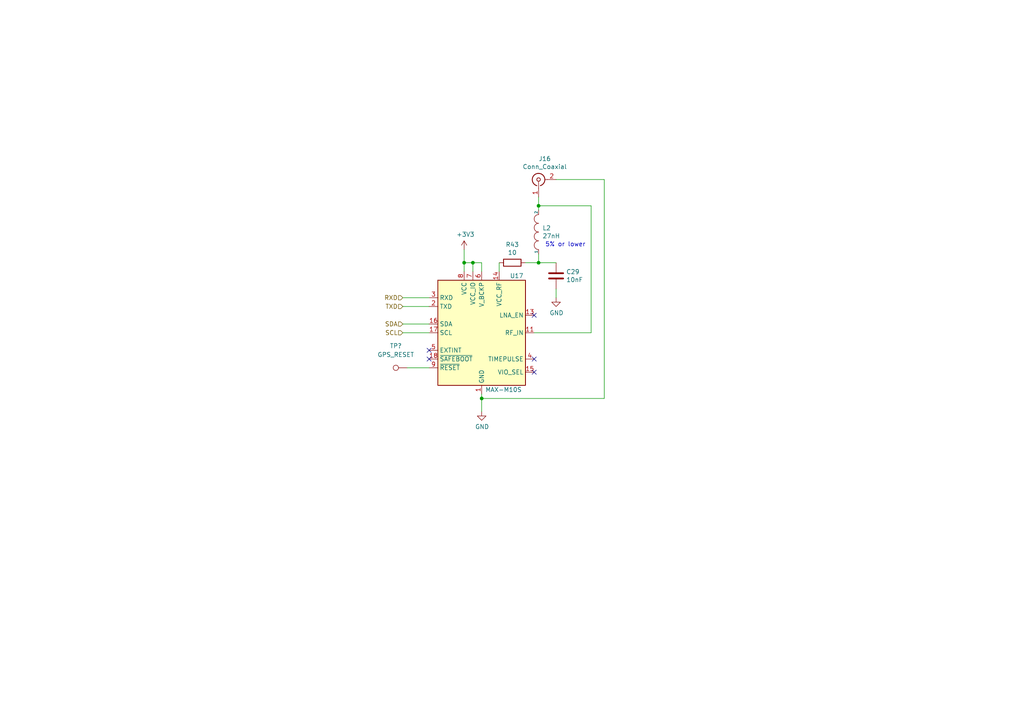
<source format=kicad_sch>
(kicad_sch (version 20211123) (generator eeschema)
  (paper "A4")
  (lib_symbols
    (symbol "Connector:Conn_Coaxial" (pin_names (offset 1.016) hide)
      (property "Reference" "J" (at 0.254 3.048 0))
      (property "Value" "Conn_Coaxial" (at 2.921 0 90))
      (symbol "Conn_Coaxial_0_1"
        (arc (start -1.778 -0.508) (mid 0.222 -1.808) (end 1.778 0) (stroke (width 0.254)))
        (polyline (pts (xy -2.54 0) (xy -0.508 0)))
        (polyline (pts (xy 0 -2.54) (xy 0 -1.778)))
        (circle (center 0 0) (radius 0.508) (stroke (width 0.2032)))
        (arc (start 1.778 0) (mid 0.222 1.8083) (end -1.778 0.508) (stroke (width 0.254)))
      )
      (symbol "Conn_Coaxial_1_1"
        (pin passive line (at -5.08 0 0) (length 2.54) (name "In") (number "1"))
        (pin passive line (at 0 -5.08 90) (length 2.54) (name "Ext") (number "2"))
      )
    )
    (symbol "Connector:TestPoint" (pin_numbers hide) (pin_names (offset 0.762) hide)
      (property "Reference" "TP" (at 0 6.858 0))
      (property "Value" "TestPoint" (at 0 5.08 0))
      (symbol "TestPoint_0_1"
        (circle (center 0 3.302) (radius 0.762))
      )
      (symbol "TestPoint_1_1"
        (pin passive line (at 0 0 90) (length 2.54) (name "1") (number "1"))
      )
    )
    (symbol "Device:C" (pin_numbers hide) (pin_names (offset 0.254))
      (property "Reference" "C" (at 0.635 2.54 0))
      (property "Value" "C" (at 0.635 -2.54 0))
      (symbol "C_0_1"
        (polyline (pts (xy -2.032 -0.762) (xy 2.032 -0.762)) (stroke (width 0.508)))
        (polyline (pts (xy -2.032 0.762) (xy 2.032 0.762)) (stroke (width 0.508)))
      )
      (symbol "C_1_1"
        (pin passive line (at 0 3.81 270) (length 2.794) (name "~") (number "1"))
        (pin passive line (at 0 -3.81 90) (length 2.794) (name "~") (number "2"))
      )
    )
    (symbol "Device:R" (pin_numbers hide) (pin_names (offset 0))
      (property "Reference" "R" (at 2.032 0 90))
      (property "Value" "R" (at 0 0 90))
      (symbol "R_0_1"
        (rectangle (start -1.016 -2.54) (end 1.016 2.54) (stroke (width 0.254)))
      )
      (symbol "R_1_1"
        (pin passive line (at 0 3.81 270) (length 1.27) (name "~") (number "1"))
        (pin passive line (at 0 -3.81 90) (length 1.27) (name "~") (number "2"))
      )
    )
    (symbol "RF_GPS:MAX-M8Q"
      (property "Reference" "U17" (at 10.16 16.51 0))
      (property "Value" "MAX-M10S" (at 6.35 -16.51 0))
      (symbol "MAX-M8Q_0_1"
        (rectangle (start 12.7 15.24) (end -12.7 -15.24) (stroke (width 0.254)) (fill (type background)))
      )
      (symbol "MAX-M8Q_1_1"
        (pin power_in line (at 0 -17.78 90) (length 2.54) (name "GND") (number "1"))
        (pin passive line (at 0 -17.78 90) (length 2.54) hide (name "GND") (number "10"))
        (pin input line (at 15.24 0 180) (length 2.54) (name "RF_IN") (number "11"))
        (pin passive line (at 0 -17.78 90) (length 2.54) hide (name "GND") (number "12"))
        (pin output line (at 15.24 5.08 180) (length 2.54) (name "LNA_EN") (number "13"))
        (pin power_out line (at 5.08 17.78 270) (length 2.54) (name "VCC_RF") (number "14"))
        (pin input line (at 15.24 -11.43 180) (length 2.54) (name "VIO_SEL") (number "15"))
        (pin bidirectional line (at -15.24 2.54 0) (length 2.54) (name "SDA") (number "16"))
        (pin input line (at -15.24 0 0) (length 2.54) (name "SCL") (number "17"))
        (pin input line (at -15.24 -7.62 0) (length 2.54) (name "~{SAFEBOOT}") (number "18"))
        (pin output line (at -15.24 7.62 0) (length 2.54) (name "TXD") (number "2"))
        (pin input line (at -15.24 10.16 0) (length 2.54) (name "RXD") (number "3"))
        (pin output line (at 15.24 -7.62 180) (length 2.54) (name "TIMEPULSE") (number "4"))
        (pin input line (at -15.24 -5.08 0) (length 2.54) (name "EXTINT") (number "5"))
        (pin power_in line (at 0 17.78 270) (length 2.54) (name "V_BCKP") (number "6"))
        (pin power_in line (at -2.54 17.78 270) (length 2.54) (name "VCC_IO") (number "7"))
        (pin power_in line (at -5.08 17.78 270) (length 2.54) (name "VCC") (number "8"))
        (pin input line (at -15.24 -10.16 0) (length 2.54) (name "~{RESET}") (number "9"))
      )
    )
    (symbol "power:+3V3" (power) (pin_names (offset 0))
      (property "Value" "+3V3" (at 0 3.556 0))
      (symbol "+3V3_0_1"
        (polyline (pts (xy -0.762 1.27) (xy 0 2.54)))
        (polyline (pts (xy 0 0) (xy 0 2.54)))
        (polyline (pts (xy 0 2.54) (xy 0.762 1.27)))
      )
      (symbol "+3V3_1_1"
        (pin power_in line (at 0 0 90) (length 0) hide (name "+3V3") (number "1"))
      )
    )
    (symbol "power:GND" (power) (pin_names (offset 0))
      (property "Value" "GND" (at 0 -3.81 0))
      (symbol "GND_0_1"
        (polyline (pts (xy 0 0) (xy 0 -1.27) (xy 1.27 -1.27) (xy 0 -2.54) (xy -1.27 -1.27) (xy 0 -1.27)))
      )
      (symbol "GND_1_1"
        (pin power_in line (at 0 0 270) (length 0) hide (name "GND") (number "1"))
      )
    )
    (symbol "pspice:INDUCTOR" (pin_numbers hide) (pin_names (offset 0))
      (property "Reference" "L" (at 0 2.54 0))
      (property "Value" "INDUCTOR" (at 0 -1.27 0))
      (symbol "INDUCTOR_0_1"
        (arc (start -2.54 0) (mid -3.81 1.27) (end -5.08 0))
        (arc (start 0 0) (mid -1.27 1.27) (end -2.54 0))
        (arc (start 2.54 0) (mid 1.27 1.27) (end 0 0))
        (arc (start 5.08 0) (mid 3.81 1.27) (end 2.54 0))
      )
      (symbol "INDUCTOR_1_1"
        (pin input line (at -6.35 0 0) (length 1.27) (name "1") (number "1"))
        (pin input line (at 6.35 0 180) (length 1.27) (name "2") (number "2"))
      )
    )
  )
  (junction (at 156.21 76.2))
  (junction (at 134.62 76.2))
  (junction (at 137.16 76.2))
  (junction (at 139.7 115.57))
  (junction (at 156.21 59.69))
  (no_connect (at 154.94 107.95))
  (no_connect (at 154.94 104.14))
  (no_connect (at 124.46 101.6))
  (no_connect (at 154.94 91.44))
  (no_connect (at 124.46 104.14))
  (wire (pts (xy 137.16 76.2) (xy 137.16 78.74)))
  (wire (pts (xy 144.78 76.2) (xy 144.78 78.74)))
  (wire (pts (xy 175.26 52.07) (xy 175.26 115.57)))
  (wire (pts (xy 161.29 83.82) (xy 161.29 86.36)))
  (wire (pts (xy 171.45 59.69) (xy 171.45 96.52)))
  (wire (pts (xy 134.62 76.2) (xy 137.16 76.2)))
  (wire (pts (xy 175.26 115.57) (xy 139.7 115.57)))
  (wire (pts (xy 156.21 76.2) (xy 161.29 76.2)))
  (wire (pts (xy 134.62 78.74) (xy 134.62 76.2)))
  (wire (pts (xy 156.21 59.69) (xy 171.45 59.69)))
  (wire (pts (xy 116.84 93.98) (xy 124.46 93.98)))
  (wire (pts (xy 134.62 76.2) (xy 134.62 72.39)))
  (wire (pts (xy 161.29 52.07) (xy 175.26 52.07)))
  (wire (pts (xy 139.7 114.3) (xy 139.7 115.57)))
  (wire (pts (xy 156.21 73.66) (xy 156.21 76.2)))
  (wire (pts (xy 156.21 59.69) (xy 156.21 57.15)))
  (wire (pts (xy 139.7 76.2) (xy 139.7 78.74)))
  (wire (pts (xy 152.4 76.2) (xy 156.21 76.2)))
  (wire (pts (xy 154.94 96.52) (xy 171.45 96.52)))
  (wire (pts (xy 156.21 60.96) (xy 156.21 59.69)))
  (wire (pts (xy 139.7 115.57) (xy 139.7 119.38)))
  (wire (pts (xy 116.84 86.36) (xy 124.46 86.36)))
  (wire (pts (xy 137.16 76.2) (xy 139.7 76.2)))
  (wire (pts (xy 118.11 106.68) (xy 124.46 106.68)))
  (wire (pts (xy 124.46 88.9) (xy 116.84 88.9)))
  (wire (pts (xy 116.84 96.52) (xy 124.46 96.52)))
  (text "5% or lower" (at 158.115 71.755 0) (effects (font (size 1.27 1.27)) (justify left bottom)))
  (hierarchical_label "RXD" (shape input) (at 116.84 86.36 180))
  (hierarchical_label "SDA" (shape input) (at 116.84 93.98 180))
  (hierarchical_label "TXD" (shape input) (at 116.84 88.9 180))
  (hierarchical_label "SCL" (shape input) (at 116.84 96.52 180))
  (symbol (lib_id "Connector:Conn_Coaxial") (at 156.21 52.07 90) (unit 1)
    (property "Reference" "J16" (at 158.0134 46.0502 90))
    (property "Value" "Conn_Coaxial" (at 158.0134 48.3616 90))
    (property "Footprint" "Connector_Coaxial:SMA_Molex_73251-1153_EdgeMount_Horizontal" (effects hide))
    (property "Datasheet" " ~" (effects hide))
  )
  (symbol (lib_id "power:GND") (at 139.7 119.38 0) (unit 1)
    (property "Reference" "#PWR0107" (effects hide))
    (property "Value" "GND" (at 139.827 123.7742 0))
  )
  (symbol (lib_id "Connector:TestPoint") (at 118.11 106.68 90) (unit 1)
    (property "Reference" "TP?" (at 114.808 100.33 90))
    (property "Value" "GPS_RESET" (at 114.808 102.87 90))
  )
  (symbol (lib_id "power:+3V3") (at 134.62 72.39 0) (unit 1)
    (property "Reference" "#PWR0106" (effects hide))
    (property "Value" "+3V3" (at 135.001 67.9958 0))
  )
  (symbol (lib_id "pspice:INDUCTOR") (at 156.21 67.31 90) (unit 1)
    (property "Reference" "L2" (at 157.3276 66.1416 90) (effects (justify right)))
    (property "Value" "27nH" (at 157.3276 68.453 90) (effects (justify right)))
    (property "Footprint" "Inductor_SMD:L_0603_1608Metric" (effects hide))
  )
  (symbol (lib_id "Device:R") (at 148.59 76.2 270) (unit 1)
    (property "Reference" "R43" (at 148.59 70.9422 90))
    (property "Value" "10" (at 148.59 73.2536 90))
    (property "Footprint" "Resistor_SMD:R_0603_1608Metric" (effects hide))
  )
  (symbol (lib_id "Device:C") (at 161.29 80.01 0) (unit 1)
    (property "Reference" "C29" (at 164.211 78.8416 0) (effects (justify left)))
    (property "Value" "10nF" (at 164.211 81.153 0) (effects (justify left)))
    (property "Footprint" "Capacitor_SMD:C_0603_1608Metric" (effects hide))
  )
  (symbol (lib_id "RF_GPS:MAX-M8Q") (at 139.7 96.52 0) (unit 1)
    (property "Reference" "U17" (at 149.86 80.01 0))
    (property "Value" "MAX-M10S" (at 146.05 113.03 0))
    (property "Footprint" "RF_GPS:ublox_MAX" (effects hide))
    (property "Datasheet" "https://content.u-blox.com/sites/default/files/MAX-M10S_DataSheet_UBX-20035208.pdf" (effects hide))
  )
  (symbol (lib_id "power:GND") (at 161.29 86.36 0) (unit 1)
    (property "Reference" "#PWR0108" (effects hide))
    (property "Value" "GND" (at 161.417 90.7542 0))
  )
)
</source>
